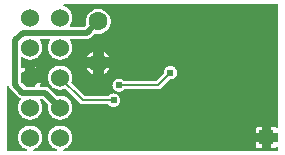
<source format=gbl>
G04 Layer: BottomLayer*
G04 EasyEDA v6.5.20, 2022-10-16 15:23:26*
G04 af273d6a792b4aeebadb685aaa12eaa7,01de8cd48c9644c38d17f752347833e1,10*
G04 Gerber Generator version 0.2*
G04 Scale: 100 percent, Rotated: No, Reflected: No *
G04 Dimensions in millimeters *
G04 leading zeros omitted , absolute positions ,4 integer and 5 decimal *
%FSLAX45Y45*%
%MOMM*%

%ADD10C,0.5000*%
%ADD11C,0.2000*%
%ADD12C,1.6000*%
%ADD13C,1.5240*%
%ADD14R,1.3081X1.3081*%
%ADD15C,0.6100*%
%ADD16C,0.0116*%

%LPD*%
G36*
X586079Y11375898D02*
G01*
X582168Y11376660D01*
X578866Y11378844D01*
X576681Y11382146D01*
X575919Y11386058D01*
X575919Y11920270D01*
X576732Y11924284D01*
X579069Y11927636D01*
X582523Y11929770D01*
X586587Y11930430D01*
X590550Y11929414D01*
X593750Y11926874D01*
X595731Y11923318D01*
X597103Y11919000D01*
X598830Y11914886D01*
X600862Y11910974D01*
X603250Y11907215D01*
X605942Y11903710D01*
X609092Y11900255D01*
X672236Y11837162D01*
X675640Y11834012D01*
X679196Y11831320D01*
X682904Y11828932D01*
X689660Y11825681D01*
X692861Y11823598D01*
X695045Y11820499D01*
X695909Y11816842D01*
X695401Y11813082D01*
X693521Y11809730D01*
X690829Y11806529D01*
X683463Y11795048D01*
X677722Y11782653D01*
X673709Y11769648D01*
X671423Y11756186D01*
X670966Y11742572D01*
X672338Y11729008D01*
X675487Y11715750D01*
X680415Y11702999D01*
X686968Y11691061D01*
X695045Y11680088D01*
X704545Y11670284D01*
X715213Y11661800D01*
X726948Y11654840D01*
X739495Y11649557D01*
X752652Y11645950D01*
X766165Y11644122D01*
X779830Y11644122D01*
X793343Y11645950D01*
X806500Y11649557D01*
X819048Y11654840D01*
X830783Y11661800D01*
X841451Y11670284D01*
X850950Y11680088D01*
X859028Y11691061D01*
X865581Y11702999D01*
X870508Y11715750D01*
X873658Y11729008D01*
X875030Y11742572D01*
X874572Y11756186D01*
X872286Y11769648D01*
X868273Y11782653D01*
X862533Y11795048D01*
X855218Y11806478D01*
X853744Y11810492D01*
X854049Y11814810D01*
X856132Y11818569D01*
X859586Y11821160D01*
X863803Y11822074D01*
X874674Y11822074D01*
X878586Y11821312D01*
X881887Y11819128D01*
X924509Y11776456D01*
X926388Y11773865D01*
X927353Y11770817D01*
X927353Y11767616D01*
X925423Y11756186D01*
X924966Y11742572D01*
X926337Y11729008D01*
X929487Y11715750D01*
X934415Y11702999D01*
X940968Y11691061D01*
X949045Y11680088D01*
X958545Y11670284D01*
X969213Y11661800D01*
X980948Y11654840D01*
X993495Y11649557D01*
X1006652Y11645950D01*
X1020165Y11644122D01*
X1033830Y11644122D01*
X1047343Y11645950D01*
X1060500Y11649557D01*
X1073048Y11654840D01*
X1084783Y11661800D01*
X1095451Y11670284D01*
X1104950Y11680088D01*
X1113028Y11691061D01*
X1119581Y11702999D01*
X1124508Y11715750D01*
X1127658Y11729008D01*
X1129030Y11742572D01*
X1128572Y11756186D01*
X1126286Y11769648D01*
X1122273Y11782653D01*
X1116533Y11795048D01*
X1109167Y11806529D01*
X1100378Y11816943D01*
X1090269Y11826087D01*
X1079042Y11833809D01*
X1066850Y11839956D01*
X1053947Y11844426D01*
X1040587Y11847169D01*
X1027023Y11848084D01*
X1013409Y11847169D01*
X1005789Y11845594D01*
X1002487Y11845493D01*
X999286Y11846458D01*
X996594Y11848388D01*
X936142Y11908840D01*
X932687Y11911990D01*
X929182Y11914682D01*
X925423Y11917070D01*
X921512Y11919102D01*
X917397Y11920829D01*
X913180Y11922150D01*
X908812Y11923115D01*
X904443Y11923674D01*
X899769Y11923877D01*
X863549Y11923877D01*
X859231Y11924893D01*
X855726Y11927586D01*
X853694Y11931548D01*
X853592Y11936018D01*
X855370Y11940082D01*
X859028Y11945061D01*
X864768Y11955526D01*
X817473Y11955526D01*
X817473Y11934037D01*
X816660Y11930176D01*
X814476Y11926874D01*
X811174Y11924690D01*
X807313Y11923877D01*
X738733Y11923877D01*
X734822Y11924690D01*
X731520Y11926874D01*
X729335Y11930176D01*
X728573Y11934037D01*
X728573Y11955526D01*
X706018Y11955526D01*
X702106Y11956288D01*
X698855Y11958523D01*
X696620Y11961774D01*
X695858Y11965686D01*
X695858Y12034266D01*
X696620Y12038177D01*
X698855Y12041428D01*
X702106Y12043664D01*
X706018Y12044426D01*
X728573Y12044426D01*
X728573Y12091619D01*
X720953Y12087809D01*
X711758Y12081510D01*
X707694Y12079833D01*
X703326Y12080087D01*
X699465Y12082119D01*
X696823Y12085574D01*
X695858Y12089841D01*
X695858Y12164161D01*
X696874Y12168530D01*
X699668Y12172086D01*
X703732Y12174016D01*
X708253Y12174067D01*
X712317Y12172137D01*
X715213Y12169800D01*
X726948Y12162840D01*
X739495Y12157557D01*
X752652Y12153950D01*
X766165Y12152122D01*
X779830Y12152122D01*
X793343Y12153950D01*
X806500Y12157557D01*
X819048Y12162840D01*
X830783Y12169800D01*
X841451Y12178284D01*
X850950Y12188088D01*
X859028Y12199061D01*
X865581Y12210999D01*
X870508Y12223750D01*
X873658Y12237008D01*
X875030Y12250572D01*
X874572Y12264186D01*
X872286Y12277648D01*
X868273Y12290653D01*
X862533Y12303048D01*
X855218Y12314478D01*
X853744Y12318492D01*
X854049Y12322810D01*
X856132Y12326569D01*
X859586Y12329160D01*
X863803Y12330074D01*
X936193Y12330074D01*
X940409Y12329160D01*
X943864Y12326569D01*
X945946Y12322810D01*
X946251Y12318492D01*
X944778Y12314478D01*
X937463Y12303048D01*
X931722Y12290653D01*
X927709Y12277648D01*
X925423Y12264186D01*
X924966Y12250572D01*
X926337Y12237008D01*
X929487Y12223750D01*
X934415Y12210999D01*
X940968Y12199061D01*
X949045Y12188088D01*
X958545Y12178284D01*
X969213Y12169800D01*
X980948Y12162840D01*
X993495Y12157557D01*
X1006652Y12153950D01*
X1020165Y12152122D01*
X1033830Y12152122D01*
X1047343Y12153950D01*
X1060500Y12157557D01*
X1073048Y12162840D01*
X1084783Y12169800D01*
X1095451Y12178284D01*
X1104950Y12188088D01*
X1113028Y12199061D01*
X1119581Y12210999D01*
X1124508Y12223750D01*
X1127658Y12237008D01*
X1129030Y12250572D01*
X1128572Y12264186D01*
X1126286Y12277648D01*
X1122273Y12290653D01*
X1116533Y12303048D01*
X1109218Y12314478D01*
X1107744Y12318492D01*
X1108049Y12322810D01*
X1110132Y12326569D01*
X1113586Y12329160D01*
X1117803Y12330074D01*
X1255776Y12330074D01*
X1260449Y12330277D01*
X1264818Y12330887D01*
X1269187Y12331801D01*
X1273403Y12333173D01*
X1277518Y12334849D01*
X1281430Y12336932D01*
X1285189Y12339320D01*
X1288694Y12342012D01*
X1292148Y12345162D01*
X1316329Y12369342D01*
X1319022Y12371273D01*
X1322222Y12372238D01*
X1325524Y12372136D01*
X1336192Y12370003D01*
X1350010Y12369088D01*
X1363827Y12370003D01*
X1377391Y12372695D01*
X1390497Y12377166D01*
X1402943Y12383262D01*
X1414475Y12390983D01*
X1424889Y12400127D01*
X1433982Y12410541D01*
X1441704Y12422022D01*
X1447800Y12434468D01*
X1452270Y12447574D01*
X1454962Y12461138D01*
X1455877Y12474956D01*
X1454962Y12488824D01*
X1452270Y12502388D01*
X1447800Y12515494D01*
X1441704Y12527940D01*
X1433982Y12539421D01*
X1424889Y12549835D01*
X1414475Y12558979D01*
X1402943Y12566700D01*
X1390497Y12572796D01*
X1377391Y12577267D01*
X1363827Y12579959D01*
X1350010Y12580874D01*
X1336192Y12579959D01*
X1322578Y12577267D01*
X1309471Y12572796D01*
X1297076Y12566700D01*
X1285544Y12558979D01*
X1275130Y12549835D01*
X1265986Y12539421D01*
X1258316Y12527940D01*
X1252169Y12515494D01*
X1247698Y12502388D01*
X1245006Y12488824D01*
X1244092Y12474956D01*
X1245006Y12461138D01*
X1247140Y12450521D01*
X1247241Y12447219D01*
X1246276Y12444018D01*
X1244346Y12441326D01*
X1237894Y12434874D01*
X1234592Y12432690D01*
X1230680Y12431877D01*
X1117549Y12431877D01*
X1113231Y12432893D01*
X1109726Y12435586D01*
X1107694Y12439548D01*
X1107592Y12444018D01*
X1109370Y12448082D01*
X1113028Y12453061D01*
X1119581Y12464999D01*
X1124508Y12477750D01*
X1127658Y12491008D01*
X1129030Y12504572D01*
X1128572Y12518186D01*
X1126286Y12531648D01*
X1122273Y12544653D01*
X1116533Y12557048D01*
X1109167Y12568529D01*
X1100378Y12578943D01*
X1090269Y12588087D01*
X1079042Y12595809D01*
X1066850Y12601956D01*
X1060094Y12604292D01*
X1056589Y12606375D01*
X1054201Y12609626D01*
X1053287Y12613589D01*
X1053947Y12617551D01*
X1056132Y12620955D01*
X1059434Y12623241D01*
X1063447Y12624054D01*
X2863900Y12624054D01*
X2867812Y12623292D01*
X2871114Y12621107D01*
X2873298Y12617805D01*
X2874111Y12613894D01*
X2874111Y11584025D01*
X2873298Y11580164D01*
X2871114Y11576862D01*
X2867812Y11574627D01*
X2863900Y11573865D01*
X2860040Y11574627D01*
X2856738Y11576862D01*
X2855010Y11578590D01*
X2850134Y11581638D01*
X2844647Y11583568D01*
X2838348Y11584279D01*
X2812542Y11584279D01*
X2812542Y11532006D01*
X2863900Y11532006D01*
X2867812Y11531244D01*
X2871114Y11529060D01*
X2873298Y11525758D01*
X2874111Y11521846D01*
X2874111Y11464086D01*
X2873298Y11460175D01*
X2871114Y11456873D01*
X2867812Y11454688D01*
X2863900Y11453926D01*
X2812542Y11453926D01*
X2812542Y11401653D01*
X2838348Y11401653D01*
X2844647Y11402364D01*
X2850134Y11404295D01*
X2855010Y11407343D01*
X2856738Y11409070D01*
X2860040Y11411254D01*
X2863900Y11412067D01*
X2867812Y11411254D01*
X2871114Y11409070D01*
X2873298Y11405768D01*
X2874111Y11401907D01*
X2874111Y11386058D01*
X2873298Y11382146D01*
X2871114Y11378844D01*
X2867812Y11376660D01*
X2863900Y11375898D01*
X1064107Y11375898D01*
X1060246Y11376660D01*
X1056944Y11378844D01*
X1054760Y11382146D01*
X1053947Y11386007D01*
X1054709Y11389868D01*
X1056894Y11393170D01*
X1060145Y11395405D01*
X1073048Y11400840D01*
X1084783Y11407800D01*
X1095451Y11416284D01*
X1104950Y11426088D01*
X1113028Y11437061D01*
X1119581Y11448999D01*
X1124508Y11461750D01*
X1127658Y11475008D01*
X1129030Y11488572D01*
X1128572Y11502186D01*
X1126286Y11515648D01*
X1122273Y11528653D01*
X1116533Y11541048D01*
X1109167Y11552529D01*
X1100378Y11562943D01*
X1090269Y11572087D01*
X1079042Y11579809D01*
X1066850Y11585956D01*
X1053947Y11590426D01*
X1040587Y11593169D01*
X1027023Y11594084D01*
X1013409Y11593169D01*
X1000048Y11590426D01*
X987145Y11585956D01*
X974953Y11579809D01*
X963726Y11572087D01*
X953617Y11562943D01*
X944829Y11552529D01*
X937463Y11541048D01*
X931722Y11528653D01*
X927709Y11515648D01*
X925423Y11502186D01*
X924966Y11488572D01*
X926337Y11475008D01*
X929487Y11461750D01*
X934415Y11448999D01*
X940968Y11437061D01*
X949045Y11426088D01*
X958545Y11416284D01*
X969213Y11407800D01*
X980948Y11400840D01*
X993851Y11395405D01*
X997102Y11393170D01*
X999286Y11389868D01*
X1000048Y11386007D01*
X999236Y11382146D01*
X997051Y11378844D01*
X993749Y11376660D01*
X989888Y11375898D01*
X810107Y11375898D01*
X806246Y11376660D01*
X802944Y11378844D01*
X800760Y11382146D01*
X799947Y11386007D01*
X800709Y11389868D01*
X802894Y11393170D01*
X806145Y11395405D01*
X819048Y11400840D01*
X830783Y11407800D01*
X841451Y11416284D01*
X850950Y11426088D01*
X859028Y11437061D01*
X865581Y11448999D01*
X870508Y11461750D01*
X873658Y11475008D01*
X875030Y11488572D01*
X874572Y11502186D01*
X872286Y11515648D01*
X868273Y11528653D01*
X862533Y11541048D01*
X855167Y11552529D01*
X846378Y11562943D01*
X836269Y11572087D01*
X825042Y11579809D01*
X812850Y11585956D01*
X799947Y11590426D01*
X786587Y11593169D01*
X773023Y11594084D01*
X759409Y11593169D01*
X746048Y11590426D01*
X733145Y11585956D01*
X720953Y11579809D01*
X709726Y11572087D01*
X699617Y11562943D01*
X690829Y11552529D01*
X683463Y11541048D01*
X677722Y11528653D01*
X673709Y11515648D01*
X671423Y11502186D01*
X670966Y11488572D01*
X672338Y11475008D01*
X675487Y11461750D01*
X680415Y11448999D01*
X686968Y11437061D01*
X695045Y11426088D01*
X704545Y11416284D01*
X715213Y11407800D01*
X726948Y11400840D01*
X739851Y11395405D01*
X743102Y11393170D01*
X745286Y11389868D01*
X746048Y11386007D01*
X745236Y11382146D01*
X743051Y11378844D01*
X739749Y11376660D01*
X735888Y11375898D01*
G37*

%LPC*%
G36*
X2708656Y11401653D02*
G01*
X2734462Y11401653D01*
X2734462Y11453926D01*
X2682189Y11453926D01*
X2682189Y11428120D01*
X2682900Y11421821D01*
X2684830Y11416334D01*
X2687878Y11411458D01*
X2691993Y11407343D01*
X2696870Y11404295D01*
X2702356Y11402364D01*
G37*
G36*
X2682189Y11532006D02*
G01*
X2734462Y11532006D01*
X2734462Y11584279D01*
X2708656Y11584279D01*
X2702356Y11583568D01*
X2696870Y11581638D01*
X2691993Y11578590D01*
X2687878Y11574475D01*
X2684830Y11569598D01*
X2682900Y11564112D01*
X2682189Y11557812D01*
G37*
G36*
X1479804Y11753138D02*
G01*
X1489608Y11753951D01*
X1499108Y11756542D01*
X1507998Y11760657D01*
X1516075Y11766296D01*
X1522984Y11773255D01*
X1528622Y11781282D01*
X1532788Y11790222D01*
X1535328Y11799722D01*
X1536192Y11809476D01*
X1535328Y11819280D01*
X1532788Y11828780D01*
X1528622Y11837670D01*
X1522984Y11845747D01*
X1516075Y11852656D01*
X1507998Y11858294D01*
X1499108Y11862460D01*
X1489608Y11865000D01*
X1479804Y11865864D01*
X1470050Y11865000D01*
X1460550Y11862460D01*
X1451610Y11858294D01*
X1443583Y11852656D01*
X1439265Y11848388D01*
X1436014Y11846153D01*
X1432102Y11845391D01*
X1236573Y11845391D01*
X1232662Y11846153D01*
X1229410Y11848388D01*
X1124610Y11953189D01*
X1122426Y11956389D01*
X1121613Y11960199D01*
X1122273Y11964009D01*
X1124508Y11969750D01*
X1127658Y11983008D01*
X1129030Y11996572D01*
X1128572Y12010186D01*
X1126286Y12023648D01*
X1122273Y12036653D01*
X1116533Y12049048D01*
X1109167Y12060529D01*
X1100378Y12070943D01*
X1090269Y12080087D01*
X1079042Y12087809D01*
X1066850Y12093956D01*
X1053947Y12098426D01*
X1040587Y12101169D01*
X1027023Y12102084D01*
X1013409Y12101169D01*
X1000048Y12098426D01*
X987145Y12093956D01*
X974953Y12087809D01*
X963726Y12080087D01*
X953617Y12070943D01*
X944829Y12060529D01*
X937463Y12049048D01*
X931722Y12036653D01*
X927709Y12023648D01*
X925423Y12010186D01*
X924966Y11996572D01*
X926337Y11983008D01*
X929487Y11969750D01*
X934415Y11956999D01*
X940968Y11945061D01*
X949045Y11934088D01*
X958545Y11924284D01*
X969213Y11915800D01*
X980948Y11908840D01*
X993495Y11903557D01*
X1006652Y11899950D01*
X1020165Y11898122D01*
X1033830Y11898122D01*
X1047343Y11899950D01*
X1060500Y11903557D01*
X1062736Y11904472D01*
X1066647Y11905284D01*
X1070559Y11904522D01*
X1073861Y11902338D01*
X1191717Y11784482D01*
X1197965Y11779402D01*
X1204620Y11775998D01*
X1211986Y11774068D01*
X1217879Y11773560D01*
X1432102Y11773560D01*
X1436014Y11772798D01*
X1439265Y11770614D01*
X1443583Y11766296D01*
X1451610Y11760657D01*
X1460550Y11756542D01*
X1470050Y11753951D01*
G37*
G36*
X1526540Y11880138D02*
G01*
X1536293Y11880951D01*
X1545793Y11883542D01*
X1554734Y11887657D01*
X1562760Y11893296D01*
X1567078Y11897614D01*
X1570380Y11899798D01*
X1574241Y11900560D01*
X1853184Y11900560D01*
X1861210Y11901424D01*
X1868322Y11903760D01*
X1874926Y11907570D01*
X1879396Y11911380D01*
X1951786Y11983770D01*
X1955495Y11986158D01*
X1970074Y11987530D01*
X1979574Y11990070D01*
X1988464Y11994235D01*
X1996541Y11999874D01*
X2003450Y12006783D01*
X2009089Y12014860D01*
X2013254Y12023750D01*
X2015794Y12033250D01*
X2016658Y12043054D01*
X2015794Y12052808D01*
X2013254Y12062307D01*
X2009089Y12071248D01*
X2003450Y12079274D01*
X1996541Y12086234D01*
X1988464Y12091873D01*
X1979574Y12095988D01*
X1970074Y12098578D01*
X1960270Y12099391D01*
X1950516Y12098578D01*
X1941017Y12095988D01*
X1932076Y12091873D01*
X1924050Y12086234D01*
X1917090Y12079274D01*
X1911451Y12071248D01*
X1907336Y12062307D01*
X1904796Y12052808D01*
X1903933Y12042648D01*
X1903374Y12038279D01*
X1901037Y12034570D01*
X1841855Y11975388D01*
X1838553Y11973153D01*
X1834642Y11972391D01*
X1574241Y11972391D01*
X1570380Y11973153D01*
X1567078Y11975388D01*
X1562760Y11979656D01*
X1554734Y11985294D01*
X1545793Y11989460D01*
X1536293Y11992000D01*
X1526540Y11992864D01*
X1516735Y11992000D01*
X1507236Y11989460D01*
X1498346Y11985294D01*
X1490319Y11979656D01*
X1483360Y11972747D01*
X1477721Y11964670D01*
X1473555Y11955780D01*
X1471015Y11946280D01*
X1470152Y11936476D01*
X1471015Y11926722D01*
X1473555Y11917222D01*
X1477721Y11908282D01*
X1483360Y11900255D01*
X1490319Y11893296D01*
X1498346Y11887657D01*
X1507236Y11883542D01*
X1516735Y11880951D01*
G37*
G36*
X1303629Y12029998D02*
G01*
X1303629Y12078614D01*
X1255064Y12078614D01*
X1258316Y12072010D01*
X1265986Y12060529D01*
X1275130Y12050115D01*
X1285544Y12040971D01*
X1297076Y12033250D01*
G37*
G36*
X1396339Y12029998D02*
G01*
X1402943Y12033250D01*
X1414475Y12040971D01*
X1424889Y12050115D01*
X1433982Y12060529D01*
X1441704Y12072010D01*
X1444955Y12078614D01*
X1396339Y12078614D01*
G37*
G36*
X817473Y12044426D02*
G01*
X864666Y12044426D01*
X862533Y12049048D01*
X855167Y12060529D01*
X846378Y12070943D01*
X836269Y12080087D01*
X825042Y12087809D01*
X817473Y12091619D01*
G37*
G36*
X1396339Y12171324D02*
G01*
X1444955Y12171324D01*
X1441704Y12177928D01*
X1433982Y12189409D01*
X1424889Y12199823D01*
X1414475Y12208967D01*
X1402943Y12216688D01*
X1396339Y12219940D01*
G37*
G36*
X1255064Y12171324D02*
G01*
X1303629Y12171324D01*
X1303629Y12219940D01*
X1297076Y12216688D01*
X1285544Y12208967D01*
X1275130Y12199823D01*
X1265986Y12189409D01*
X1258316Y12177928D01*
G37*

%LPD*%
D10*
X1349999Y12124982D02*
G01*
X1347993Y12126988D01*
X899988Y12126988D01*
X772988Y11999988D01*
X2658074Y11492979D02*
G01*
X2026071Y12124982D01*
X1349999Y12124982D01*
X2773492Y11492979D02*
G01*
X2658074Y11492979D01*
X1026988Y11745988D02*
G01*
X899988Y11872988D01*
X708370Y11872988D01*
X644946Y11936412D01*
X644946Y12315482D01*
X710453Y12380988D01*
X1255994Y12380988D01*
X1349999Y12474994D01*
D11*
X1026988Y11999988D02*
G01*
X1217488Y11809488D01*
X1479819Y11809488D01*
X1960285Y12043041D02*
G01*
X1853732Y11936488D01*
X1526529Y11936488D01*
D12*
G01*
X1350010Y12124969D03*
G01*
X1350010Y12474981D03*
D13*
G01*
X1026998Y11491976D03*
G01*
X772998Y11491976D03*
G01*
X1026998Y11745976D03*
G01*
X772998Y11745976D03*
G01*
X1026998Y11999976D03*
G01*
X772998Y11999976D03*
G01*
X1026998Y12253976D03*
G01*
X772998Y12253976D03*
G01*
X1026998Y12507976D03*
G01*
X772998Y12507976D03*
D14*
G01*
X2773502Y11492966D03*
D15*
G01*
X1479829Y11809476D03*
G01*
X1960295Y12043029D03*
G01*
X1526539Y11936476D03*
M02*

</source>
